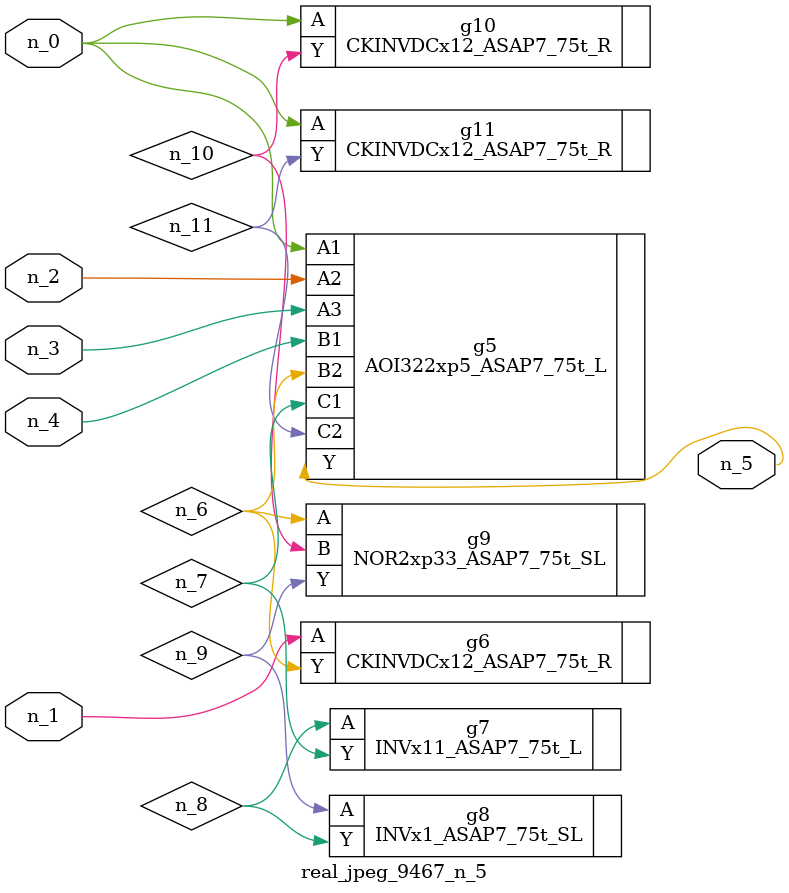
<source format=v>
module real_jpeg_9467_n_5 (n_4, n_0, n_1, n_2, n_3, n_5);

input n_4;
input n_0;
input n_1;
input n_2;
input n_3;

output n_5;

wire n_8;
wire n_11;
wire n_6;
wire n_7;
wire n_10;
wire n_9;

AOI322xp5_ASAP7_75t_L g5 ( 
.A1(n_0),
.A2(n_2),
.A3(n_3),
.B1(n_4),
.B2(n_6),
.C1(n_7),
.C2(n_11),
.Y(n_5)
);

CKINVDCx12_ASAP7_75t_R g10 ( 
.A(n_0),
.Y(n_10)
);

CKINVDCx12_ASAP7_75t_R g11 ( 
.A(n_0),
.Y(n_11)
);

CKINVDCx12_ASAP7_75t_R g6 ( 
.A(n_1),
.Y(n_6)
);

NOR2xp33_ASAP7_75t_SL g9 ( 
.A(n_6),
.B(n_10),
.Y(n_9)
);

INVx11_ASAP7_75t_L g7 ( 
.A(n_8),
.Y(n_7)
);

INVx1_ASAP7_75t_SL g8 ( 
.A(n_9),
.Y(n_8)
);


endmodule
</source>
